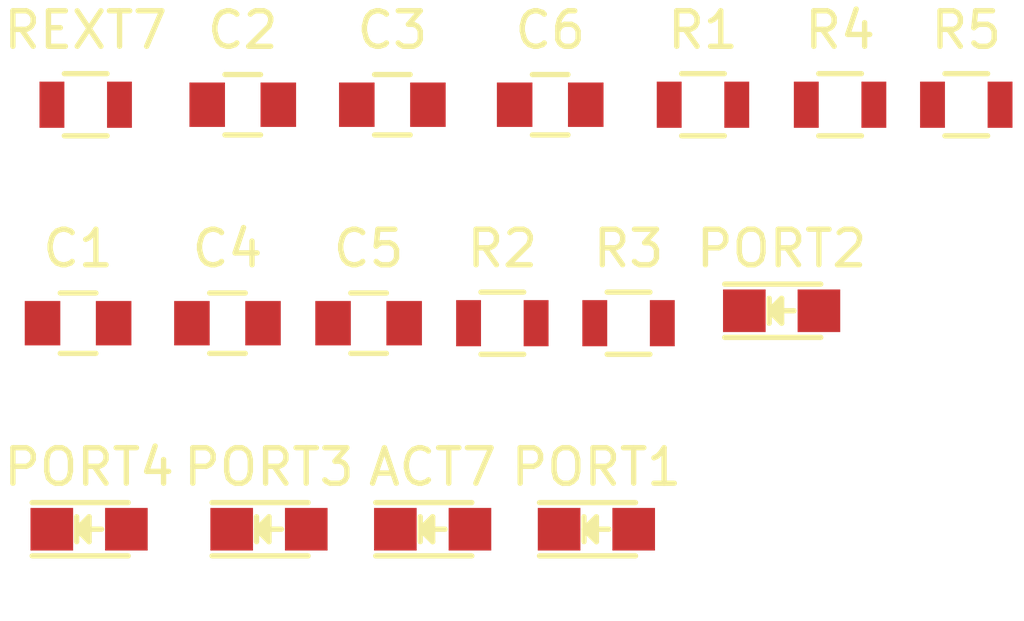
<source format=kicad_pcb>
(kicad_pcb (version 20221018) (generator pcbnew)
  (layers (0 "F.Cu" signal "Top") (31 "B.Cu" signal "Bottom") (34 "B.Paste" user) (35 "F.Paste" user) (36 "B.SilkS" user "B.Silkscreen") (37 "F.SilkS" user "F.Silkscreen") (38 "B.Mask" user) (39 "F.Mask" user) (44 "Edge.Cuts" user))
  (net 0 "")
  (net 1 "GND")
  (net 2 "VBUS")
  (net 3 "3V3")
  (net 4 "/N$22")
  (net 5 "/N$8")
  (net 6 "/N$23")
  (net 7 "/N$24")
  (net 8 "/N$13")
  (net 9 "/N$1")
  (net 10 "/N$20")
  (net 11 "/N$6")
  (footprint "LEDs:LED_0805" (layer "F.Cu") (at 160.947401 110.4774)
    (fp_text reference "ACT7" (at 0 -1.75) (layer "F.SilkS"))
    (fp_text value "~")
    (fp_line (start -1.6 -0.75) (end 1.1 -0.75) (stroke (width 0.15)) (layer "F.SilkS"))
    (fp_line (start -1.6 0.75) (end 1.1 0.75) (stroke (width 0.15)) (layer "F.SilkS"))
    (fp_line (start -0.35 -0.35) (end -0.35 0.35) (stroke (width 0.15)) (layer "F.SilkS"))
    (fp_line (start -0.35 0) (end 0 -0.35) (stroke (width 0.15)) (layer "F.SilkS"))
    (fp_line (start -0.1 -0.1) (end -0.25 0.05) (stroke (width 0.15)) (layer "F.SilkS"))
    (fp_line (start -0.1 0.15) (end -0.1 -0.1) (stroke (width 0.15)) (layer "F.SilkS"))
    (fp_line (start 0 -0.35) (end 0 0.35) (stroke (width 0.15)) (layer "F.SilkS"))
    (fp_line (start 0 0) (end 0.35 0) (stroke (width 0.15)) (layer "F.SilkS"))
    (fp_line (start 0 0.35) (end -0.35 0) (stroke (width 0.15)) (layer "F.SilkS"))
    (pad "1" smd rect (at -1.04902 0 180) (size 1.19888 1.19888) (layers "F.Cu" "F.Paste" "F.Mask"))
    (pad "2" smd rect (at 1.04902 0 180) (size 1.19888 1.19888) (layers "F.Cu" "F.Paste" "F.Mask"))
  )
  (footprint "Capacitors_SMD:C_0805" (layer "F.Cu") (at 150.973828 104.6774)
    (fp_text reference "C1" (at 0 -2.1) (layer "F.SilkS"))
    (fp_text value "0.1uF")
    (fp_line (start -0.5 0.85) (end 0.5 0.85) (stroke (width 0.15)) (layer "F.SilkS"))
    (fp_line (start 0.5 -0.85) (end -0.5 -0.85) (stroke (width 0.15)) (layer "F.SilkS"))
    (pad "1" smd rect (at -1 0) (size 1 1.25) (layers "F.Cu" "F.Paste" "F.Mask") (net 3 "3V3"))
    (pad "2" smd rect (at 1 0) (size 1 1.25) (layers "F.Cu" "F.Paste" "F.Mask") (net 1 "GND"))
  )
  (footprint "Capacitors_SMD:C_0805" (layer "F.Cu") (at 155.605733 98.5274)
    (fp_text reference "C2" (at 0 -2.1) (layer "F.SilkS"))
    (fp_text value "10uF")
    (fp_line (start -0.5 0.85) (end 0.5 0.85) (stroke (width 0.15)) (layer "F.SilkS"))
    (fp_line (start 0.5 -0.85) (end -0.5 -0.85) (stroke (width 0.15)) (layer "F.SilkS"))
    (pad "1" smd rect (at -1 0) (size 1 1.25) (layers "F.Cu" "F.Paste" "F.Mask") (net 3 "3V3"))
    (pad "2" smd rect (at 1 0) (size 1 1.25) (layers "F.Cu" "F.Paste" "F.Mask") (net 1 "GND"))
  )
  (footprint "Capacitors_SMD:C_0805" (layer "F.Cu") (at 159.813828 98.5274)
    (fp_text reference "C3" (at 0 -2.1) (layer "F.SilkS"))
    (fp_text value "0.1uF")
    (fp_line (start -0.5 0.85) (end 0.5 0.85) (stroke (width 0.15)) (layer "F.SilkS"))
    (fp_line (start 0.5 -0.85) (end -0.5 -0.85) (stroke (width 0.15)) (layer "F.SilkS"))
    (pad "1" smd rect (at -1 0) (size 1 1.25) (layers "F.Cu" "F.Paste" "F.Mask") (net 5 "/N$8"))
    (pad "2" smd rect (at 1 0) (size 1 1.25) (layers "F.Cu" "F.Paste" "F.Mask") (net 1 "GND"))
  )
  (footprint "Capacitors_SMD:C_0805" (layer "F.Cu") (at 155.175733 104.6774)
    (fp_text reference "C4" (at 0 -2.1) (layer "F.SilkS"))
    (fp_text value "10uF")
    (fp_line (start -0.5 0.85) (end 0.5 0.85) (stroke (width 0.15)) (layer "F.SilkS"))
    (fp_line (start 0.5 -0.85) (end -0.5 -0.85) (stroke (width 0.15)) (layer "F.SilkS"))
    (pad "1" smd rect (at -1 0) (size 1 1.25) (layers "F.Cu" "F.Paste" "F.Mask") (net 5 "/N$8"))
    (pad "2" smd rect (at 1 0) (size 1 1.25) (layers "F.Cu" "F.Paste" "F.Mask") (net 1 "GND"))
  )
  (footprint "Capacitors_SMD:C_0805" (layer "F.Cu") (at 159.145733 104.6774)
    (fp_text reference "C5" (at 0 -2.1) (layer "F.SilkS"))
    (fp_text value "10uF")
    (fp_line (start -0.5 0.85) (end 0.5 0.85) (stroke (width 0.15)) (layer "F.SilkS"))
    (fp_line (start 0.5 -0.85) (end -0.5 -0.85) (stroke (width 0.15)) (layer "F.SilkS"))
    (pad "1" smd rect (at -1 0) (size 1 1.25) (layers "F.Cu" "F.Paste" "F.Mask") (net 2 "VBUS"))
    (pad "2" smd rect (at 1 0) (size 1 1.25) (layers "F.Cu" "F.Paste" "F.Mask") (net 1 "GND"))
  )
  (footprint "Capacitors_SMD:C_0805" (layer "F.Cu") (at 164.253828 98.5274)
    (fp_text reference "C6" (at 0 -2.1) (layer "F.SilkS"))
    (fp_text value "0.1uF")
    (fp_line (start -0.5 0.85) (end 0.5 0.85) (stroke (width 0.15)) (layer "F.SilkS"))
    (fp_line (start 0.5 -0.85) (end -0.5 -0.85) (stroke (width 0.15)) (layer "F.SilkS"))
    (pad "1" smd rect (at -1 0) (size 1 1.25) (layers "F.Cu" "F.Paste" "F.Mask") (net 2 "VBUS"))
    (pad "2" smd rect (at 1 0) (size 1 1.25) (layers "F.Cu" "F.Paste" "F.Mask") (net 1 "GND"))
  )
  (footprint "LEDs:LED_0805" (layer "F.Cu") (at 165.553352 110.4774)
    (fp_text reference "PORT1" (at 0 -1.75) (layer "F.SilkS"))
    (fp_text value "~")
    (fp_line (start -1.6 -0.75) (end 1.1 -0.75) (stroke (width 0.15)) (layer "F.SilkS"))
    (fp_line (start -1.6 0.75) (end 1.1 0.75) (stroke (width 0.15)) (layer "F.SilkS"))
    (fp_line (start -0.35 -0.35) (end -0.35 0.35) (stroke (width 0.15)) (layer "F.SilkS"))
    (fp_line (start -0.35 0) (end 0 -0.35) (stroke (width 0.15)) (layer "F.SilkS"))
    (fp_line (start -0.1 -0.1) (end -0.25 0.05) (stroke (width 0.15)) (layer "F.SilkS"))
    (fp_line (start -0.1 0.15) (end -0.1 -0.1) (stroke (width 0.15)) (layer "F.SilkS"))
    (fp_line (start 0 -0.35) (end 0 0.35) (stroke (width 0.15)) (layer "F.SilkS"))
    (fp_line (start 0 0) (end 0.35 0) (stroke (width 0.15)) (layer "F.SilkS"))
    (fp_line (start 0 0.35) (end -0.35 0) (stroke (width 0.15)) (layer "F.SilkS"))
    (pad "1" smd rect (at -1.04902 0 180) (size 1.19888 1.19888) (layers "F.Cu" "F.Paste" "F.Mask"))
    (pad "2" smd rect (at 1.04902 0 180) (size 1.19888 1.19888) (layers "F.Cu" "F.Paste" "F.Mask"))
  )
  (footprint "LEDs:LED_0805" (layer "F.Cu") (at 170.763352 104.3274)
    (fp_text reference "PORT2" (at 0 -1.75) (layer "F.SilkS"))
    (fp_text value "~")
    (fp_line (start -1.6 -0.75) (end 1.1 -0.75) (stroke (width 0.15)) (layer "F.SilkS"))
    (fp_line (start -1.6 0.75) (end 1.1 0.75) (stroke (width 0.15)) (layer "F.SilkS"))
    (fp_line (start -0.35 -0.35) (end -0.35 0.35) (stroke (width 0.15)) (layer "F.SilkS"))
    (fp_line (start -0.35 0) (end 0 -0.35) (stroke (width 0.15)) (layer "F.SilkS"))
    (fp_line (start -0.1 -0.1) (end -0.25 0.05) (stroke (width 0.15)) (layer "F.SilkS"))
    (fp_line (start -0.1 0.15) (end -0.1 -0.1) (stroke (width 0.15)) (layer "F.SilkS"))
    (fp_line (start 0 -0.35) (end 0 0.35) (stroke (width 0.15)) (layer "F.SilkS"))
    (fp_line (start 0 0) (end 0.35 0) (stroke (width 0.15)) (layer "F.SilkS"))
    (fp_line (start 0 0.35) (end -0.35 0) (stroke (width 0.15)) (layer "F.SilkS"))
    (pad "1" smd rect (at -1.04902 0 180) (size 1.19888 1.19888) (layers "F.Cu" "F.Paste" "F.Mask"))
    (pad "2" smd rect (at 1.04902 0 180) (size 1.19888 1.19888) (layers "F.Cu" "F.Paste" "F.Mask"))
  )
  (footprint "LEDs:LED_0805" (layer "F.Cu") (at 156.343352 110.4774)
    (fp_text reference "PORT3" (at 0 -1.75) (layer "F.SilkS"))
    (fp_text value "~")
    (fp_line (start -1.6 -0.75) (end 1.1 -0.75) (stroke (width 0.15)) (layer "F.SilkS"))
    (fp_line (start -1.6 0.75) (end 1.1 0.75) (stroke (width 0.15)) (layer "F.SilkS"))
    (fp_line (start -0.35 -0.35) (end -0.35 0.35) (stroke (width 0.15)) (layer "F.SilkS"))
    (fp_line (start -0.35 0) (end 0 -0.35) (stroke (width 0.15)) (layer "F.SilkS"))
    (fp_line (start -0.1 -0.1) (end -0.25 0.05) (stroke (width 0.15)) (layer "F.SilkS"))
    (fp_line (start -0.1 0.15) (end -0.1 -0.1) (stroke (width 0.15)) (layer "F.SilkS"))
    (fp_line (start 0 -0.35) (end 0 0.35) (stroke (width 0.15)) (layer "F.SilkS"))
    (fp_line (start 0 0) (end 0.35 0) (stroke (width 0.15)) (layer "F.SilkS"))
    (fp_line (start 0 0.35) (end -0.35 0) (stroke (width 0.15)) (layer "F.SilkS"))
    (pad "1" smd rect (at -1.04902 0 180) (size 1.19888 1.19888) (layers "F.Cu" "F.Paste" "F.Mask"))
    (pad "2" smd rect (at 1.04902 0 180) (size 1.19888 1.19888) (layers "F.Cu" "F.Paste" "F.Mask"))
  )
  (footprint "LEDs:LED_0805" (layer "F.Cu") (at 151.283352 110.4774)
    (fp_text reference "PORT4" (at 0 -1.75) (layer "F.SilkS"))
    (fp_text value "~")
    (fp_line (start -1.6 -0.75) (end 1.1 -0.75) (stroke (width 0.15)) (layer "F.SilkS"))
    (fp_line (start -1.6 0.75) (end 1.1 0.75) (stroke (width 0.15)) (layer "F.SilkS"))
    (fp_line (start -0.35 -0.35) (end -0.35 0.35) (stroke (width 0.15)) (layer "F.SilkS"))
    (fp_line (start -0.35 0) (end 0 -0.35) (stroke (width 0.15)) (layer "F.SilkS"))
    (fp_line (start -0.1 -0.1) (end -0.25 0.05) (stroke (width 0.15)) (layer "F.SilkS"))
    (fp_line (start -0.1 0.15) (end -0.1 -0.1) (stroke (width 0.15)) (layer "F.SilkS"))
    (fp_line (start 0 -0.35) (end 0 0.35) (stroke (width 0.15)) (layer "F.SilkS"))
    (fp_line (start 0 0) (end 0.35 0) (stroke (width 0.15)) (layer "F.SilkS"))
    (fp_line (start 0 0.35) (end -0.35 0) (stroke (width 0.15)) (layer "F.SilkS"))
    (pad "1" smd rect (at -1.04902 0 180) (size 1.19888 1.19888) (layers "F.Cu" "F.Paste" "F.Mask"))
    (pad "2" smd rect (at 1.04902 0 180) (size 1.19888 1.19888) (layers "F.Cu" "F.Paste" "F.Mask"))
  )
  (footprint "Resistors_SMD:R_0805" (layer "F.Cu") (at 168.550971 98.5274)
    (fp_text reference "R1" (at 0 -2.1) (layer "F.SilkS"))
    (fp_text value "100K")
    (fp_line (start -0.6 -0.875) (end 0.6 -0.875) (stroke (width 0.15)) (layer "F.SilkS"))
    (fp_line (start 0.6 0.875) (end -0.6 0.875) (stroke (width 0.15)) (layer "F.SilkS"))
    (pad "1" smd rect (at -0.95 0) (size 0.7 1.3) (layers "F.Cu" "F.Paste" "F.Mask") (net 1 "GND"))
    (pad "2" smd rect (at 0.95 0) (size 0.7 1.3) (layers "F.Cu" "F.Paste" "F.Mask") (net 8 "/N$13"))
  )
  (footprint "Resistors_SMD:R_0805" (layer "F.Cu") (at 162.907401 104.6774)
    (fp_text reference "R2" (at 0 -2.1) (layer "F.SilkS"))
    (fp_text value "47K")
    (fp_line (start -0.6 -0.875) (end 0.6 -0.875) (stroke (width 0.15)) (layer "F.SilkS"))
    (fp_line (start 0.6 0.875) (end -0.6 0.875) (stroke (width 0.15)) (layer "F.SilkS"))
    (pad "1" smd rect (at -0.95 0) (size 0.7 1.3) (layers "F.Cu" "F.Paste" "F.Mask") (net 8 "/N$13"))
    (pad "2" smd rect (at 0.95 0) (size 0.7 1.3) (layers "F.Cu" "F.Paste" "F.Mask") (net 2 "VBUS"))
  )
  (footprint "Resistors_SMD:R_0805" (layer "F.Cu") (at 166.457401 104.6774)
    (fp_text reference "R3" (at 0 -2.1) (layer "F.SilkS"))
    (fp_text value "330")
    (fp_line (start -0.6 -0.875) (end 0.6 -0.875) (stroke (width 0.15)) (layer "F.SilkS"))
    (fp_line (start 0.6 0.875) (end -0.6 0.875) (stroke (width 0.15)) (layer "F.SilkS"))
    (pad "1" smd rect (at -0.95 0) (size 0.7 1.3) (layers "F.Cu" "F.Paste" "F.Mask") (net 6 "/N$23"))
    (pad "2" smd rect (at 0.95 0) (size 0.7 1.3) (layers "F.Cu" "F.Paste" "F.Mask") (net 10 "/N$20"))
  )
  (footprint "Resistors_SMD:R_0805" (layer "F.Cu") (at 172.407401 98.5274)
    (fp_text reference "R4" (at 0 -2.1) (layer "F.SilkS"))
    (fp_text value "330")
    (fp_line (start -0.6 -0.875) (end 0.6 -0.875) (stroke (width 0.15)) (layer "F.SilkS"))
    (fp_line (start 0.6 0.875) (end -0.6 0.875) (stroke (width 0.15)) (layer "F.SilkS"))
    (pad "1" smd rect (at -0.95 0) (size 0.7 1.3) (layers "F.Cu" "F.Paste" "F.Mask") (net 7 "/N$24"))
    (pad "2" smd rect (at 0.95 0) (size 0.7 1.3) (layers "F.Cu" "F.Paste" "F.Mask") (net 11 "/N$6"))
  )
  (footprint "Resistors_SMD:R_0805" (layer "F.Cu") (at 175.957401 98.5274)
    (fp_text reference "R5" (at 0 -2.1) (layer "F.SilkS"))
    (fp_text value "330")
    (fp_line (start -0.6 -0.875) (end 0.6 -0.875) (stroke (width 0.15)) (layer "F.SilkS"))
    (fp_line (start 0.6 0.875) (end -0.6 0.875) (stroke (width 0.15)) (layer "F.SilkS"))
    (pad "1" smd rect (at -0.95 0) (size 0.7 1.3) (layers "F.Cu" "F.Paste" "F.Mask") (net 1 "GND"))
    (pad "2" smd rect (at 0.95 0) (size 0.7 1.3) (layers "F.Cu" "F.Paste" "F.Mask") (net 4 "/N$22"))
  )
  (footprint "Resistors_SMD:R_0805" (layer "F.Cu") (at 151.188114 98.5274)
    (fp_text reference "REXT7" (at 0 -2.1) (layer "F.SilkS"))
    (fp_text value "2.7K")
    (fp_line (start -0.6 -0.875) (end 0.6 -0.875) (stroke (width 0.15)) (layer "F.SilkS"))
    (fp_line (start 0.6 0.875) (end -0.6 0.875) (stroke (width 0.15)) (layer "F.SilkS"))
    (pad "1" smd rect (at -0.95 0) (size 0.7 1.3) (layers "F.Cu" "F.Paste" "F.Mask") (net 1 "GND"))
    (pad "2" smd rect (at 0.95 0) (size 0.7 1.3) (layers "F.Cu" "F.Paste" "F.Mask") (net 9 "/N$1"))
  )
)
</source>
